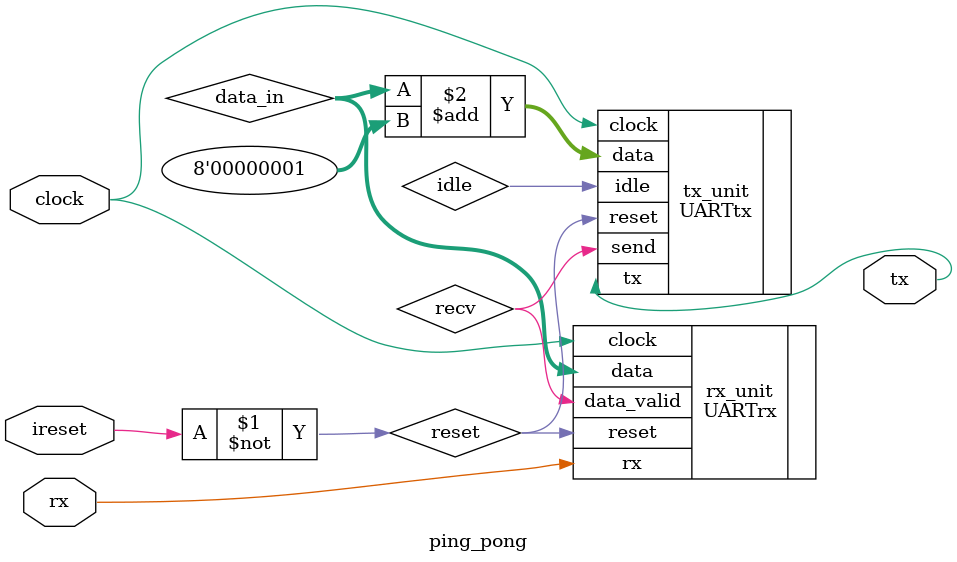
<source format=sv>
`include "UARTrx.sv"
`include "UARTtx.sv"

module ping_pong
(
    input   wire    clock,      // PIN_Y2
    input   wire    ireset,     // PIN_M23(KEY0)
    input   wire    rx,         // PIN_G12

    output  wire    tx          // PIN_G9
);

wire reset;
assign reset = ~ireset;

wire    [7:0]   data_in;
wire            recv;
wire            idle;

UARTrx rx_unit
(
    .clock(clock),
    .reset(reset),
    .rx(rx),

    .data(data_in),
    .data_valid(recv)
);

UARTtx tx_unit
(
    .clock(clock),
    .reset(reset),
    .data(data_in + 8'b1),
    .send(recv),

    .tx(tx),
    .idle(idle)
);

endmodule

</source>
